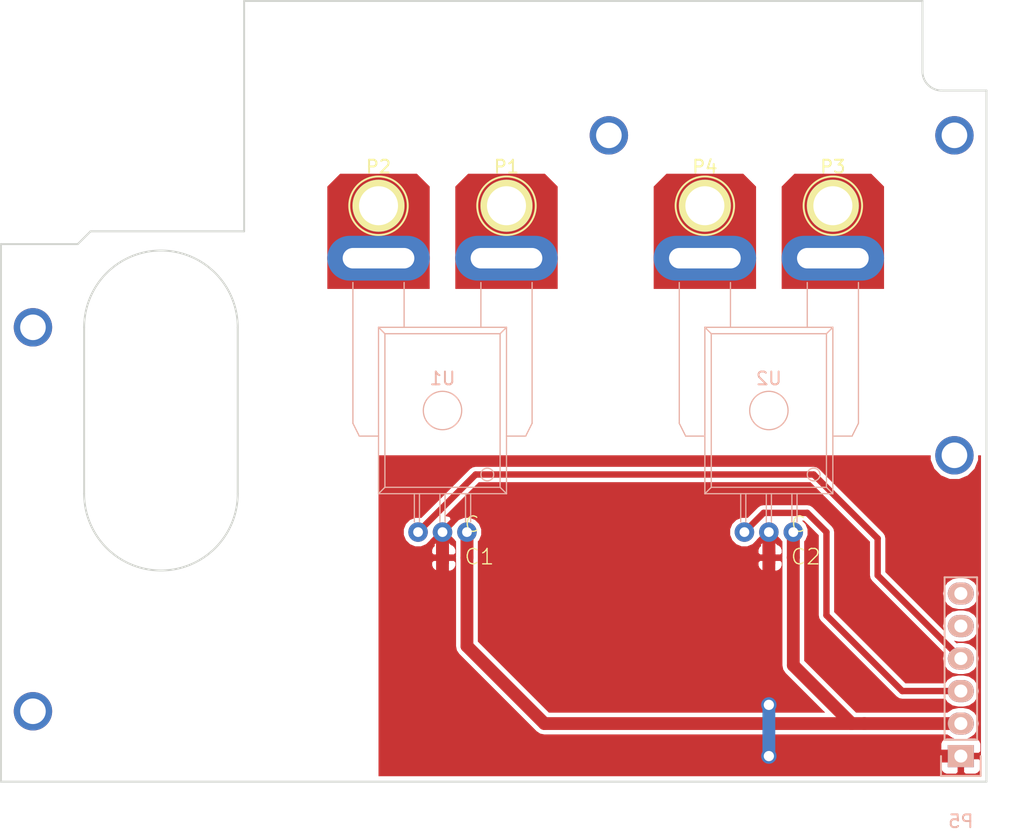
<source format=kicad_pcb>
(kicad_pcb (version 4) (host pcbnew 4.0.4-stable)
  (layers (0 F.Cu signal) (31 B.Cu signal) (34 B.Paste user) (35 F.Paste user) (36 B.SilkS user) (37 F.SilkS user) (38 B.Mask user) (39 F.Mask user) (44 Edge.Cuts user))
  (net 0 "")
  (net 1 +3.3V)
  (net 2 GND)
  (net 3 "Net-(P1-Pad1)")
  (net 4 "Net-(P2-Pad1)")
  (net 5 "Net-(P3-Pad1)")
  (net 6 "Net-(P4-Pad1)")
  (net 7 "Net-(P5-Pad3)")
  (net 8 "Net-(P5-Pad4)")
  (module RP_KiCAD_Libs:C1608_WP (layer F.Cu) (at 35 43 180)
    (fp_text reference C1 (at -0.635 -0.635 180) (layer F.SilkS) (effects (font (size 1.2065 1.2065) (thickness 0.1016)) (justify left bottom)))
    (fp_text value C (at -0.635 1.905 180) (layer F.SilkS) (effects (font (size 1.2065 1.2065) (thickness 0.1016)) (justify left bottom)))
    (pad 1 smd rect (at -0.9 0 180) (size 0.8 1) (layers F.Cu F.Paste F.Mask) (net 1 +3.3V))
    (pad 2 smd rect (at 0.9 0 180) (size 0.8 1) (layers F.Cu F.Paste F.Mask) (net 2 GND))
  )
  (module RP_KiCAD_Libs:C1608_WP (layer F.Cu) (at 60.5 43 180)
    (fp_text reference C2 (at -0.635 -0.635 180) (layer F.SilkS) (effects (font (size 1.2065 1.2065) (thickness 0.1016)) (justify left bottom)))
    (fp_text value C (at -0.635 1.905 180) (layer F.SilkS) (effects (font (size 1.2065 1.2065) (thickness 0.1016)) (justify left bottom)))
    (pad 1 smd rect (at -0.9 0 180) (size 0.8 1) (layers F.Cu F.Paste F.Mask) (net 1 +3.3V))
    (pad 2 smd rect (at 0.9 0 180) (size 0.8 1) (layers F.Cu F.Paste F.Mask) (net 2 GND))
  )
  (module Connect:1pin (layer F.Cu) (at 39 15.5)
    (fp_text reference P1 (at 0 -3.048) (layer F.SilkS))
    (fp_text value CONN_01X01)
    (fp_circle (center 0 0) (end 0 -2.286) (layer F.SilkS) (width 0.15))
    (pad 1 thru_hole circle (at 0 0) (size 4.064 4.064) (drill 3.048) (layers *.Cu *.Mask F.SilkS) (net 3 "Net-(P1-Pad1)"))
  )
  (module Connect:1pin (layer F.Cu) (at 29 15.5)
    (fp_text reference P2 (at 0 -3.048) (layer F.SilkS))
    (fp_text value CONN_01X01)
    (fp_circle (center 0 0) (end 0 -2.286) (layer F.SilkS) (width 0.15))
    (pad 1 thru_hole circle (at 0 0) (size 4.064 4.064) (drill 3.048) (layers *.Cu *.Mask F.SilkS) (net 4 "Net-(P2-Pad1)"))
  )
  (module Connect:1pin (layer F.Cu) (at 64.5 15.5)
    (fp_text reference P3 (at 0 -3.048) (layer F.SilkS))
    (fp_text value CONN_01X01)
    (fp_circle (center 0 0) (end 0 -2.286) (layer F.SilkS) (width 0.15))
    (pad 1 thru_hole circle (at 0 0) (size 4.064 4.064) (drill 3.048) (layers *.Cu *.Mask F.SilkS) (net 5 "Net-(P3-Pad1)"))
  )
  (module Connect:1pin (layer F.Cu) (at 54.5 15.5)
    (fp_text reference P4 (at 0 -3.048) (layer F.SilkS))
    (fp_text value CONN_01X01)
    (fp_circle (center 0 0) (end 0 -2.286) (layer F.SilkS) (width 0.15))
    (pad 1 thru_hole circle (at 0 0) (size 4.064 4.064) (drill 3.048) (layers *.Cu *.Mask F.SilkS) (net 6 "Net-(P4-Pad1)"))
  )
  (module Pin_Headers:Pin_Header_Straight_1x06 (layer B.Cu) (at 74.5 58.5)
    (fp_text reference P5 (at 0 5.1) (layer B.SilkS) (effects (justify mirror)))
    (fp_text value CONN_01X06)
    (fp_line (start 1.27 -1.27) (end 1.27 -13.97) (layer B.SilkS) (width 0.15))
    (fp_line (start 1.27 -13.97) (end -1.27 -13.97) (layer B.SilkS) (width 0.15))
    (fp_line (start -1.27 -13.97) (end -1.27 -1.27) (layer B.SilkS) (width 0.15))
    (fp_line (start 1.55 1.55) (end 1.55 0) (layer B.SilkS) (width 0.15))
    (fp_line (start 1.27 -1.27) (end -1.27 -1.27) (layer B.SilkS) (width 0.15))
    (fp_line (start -1.55 0) (end -1.55 1.55) (layer B.SilkS) (width 0.15))
    (fp_line (start -1.55 1.55) (end 1.55 1.55) (layer B.SilkS) (width 0.15))
    (pad 1 thru_hole rect (at 0 0) (size 2.032 1.7272) (drill 1.016) (layers *.Cu *.Mask B.SilkS) (net 2 GND))
    (pad 2 thru_hole oval (at 0 -2.54) (size 2.032 1.7272) (drill 1.016) (layers *.Cu *.Mask B.SilkS) (net 1 +3.3V))
    (pad 3 thru_hole oval (at 0 -5.08) (size 2.032 1.7272) (drill 1.016) (layers *.Cu *.Mask B.SilkS) (net 7 "Net-(P5-Pad3)"))
    (pad 4 thru_hole oval (at 0 -7.62) (size 2.032 1.7272) (drill 1.016) (layers *.Cu *.Mask B.SilkS) (net 8 "Net-(P5-Pad4)"))
    (pad 5 thru_hole oval (at 0 -10.16) (size 2.032 1.7272) (drill 1.016) (layers *.Cu *.Mask B.SilkS))
    (pad 6 thru_hole oval (at 0 -12.7) (size 2.032 1.7272) (drill 1.016) (layers *.Cu *.Mask B.SilkS))
  )
  (module RP_KiCAD_Libs:ACS785xCB (layer B.Cu) (at 59.5 41 180)
    (fp_text reference U2 (at 0 12 180) (layer B.SilkS) (effects (justify mirror)))
    (fp_text value ACS758)
    (fp_line (start -4.5 3.5) (end -4.5 15.5) (layer B.SilkS) (width 0.1))
    (fp_line (start 4.5 3.5) (end -4.5 3.5) (layer B.SilkS) (width 0.1))
    (fp_line (start -4.5 3.5) (end -5 3) (layer B.SilkS) (width 0.1))
    (fp_line (start 4.5 15.5) (end 4.5 3.5) (layer B.SilkS) (width 0.1))
    (fp_line (start 4.5 3.5) (end 5 3) (layer B.SilkS) (width 0.1))
    (fp_line (start 4.5 15.5) (end 5 16) (layer B.SilkS) (width 0.1))
    (fp_line (start -4.5 15.5) (end 4.5 15.5) (layer B.SilkS) (width 0.1))
    (fp_line (start -5 16) (end -4.5 15.5) (layer B.SilkS) (width 0.1))
    (fp_line (start 7 8.5) (end 7 19.5) (layer B.SilkS) (width 0.1))
    (fp_line (start 6.5 7.5) (end 5 7.5) (layer B.SilkS) (width 0.1))
    (fp_line (start 6.5 7.5) (end 7 8.5) (layer B.SilkS) (width 0.1))
    (fp_line (start -7 8.5) (end -7 19.5) (layer B.SilkS) (width 0.1))
    (fp_line (start -6.5 7.5) (end -5 7.5) (layer B.SilkS) (width 0.1))
    (fp_line (start -7 8.5) (end -6.5 7.5) (layer B.SilkS) (width 0.1))
    (fp_circle (center -3.5 4.5) (end -3 4.5) (layer B.SilkS) (width 0.1))
    (fp_circle (center 0 9.5) (end 0 11) (layer B.SilkS) (width 0.1))
    (fp_line (start 2.2 3) (end 2.2 0.8) (layer B.SilkS) (width 0.1))
    (fp_line (start 1.8 3) (end 1.8 0.8) (layer B.SilkS) (width 0.1))
    (fp_line (start -1.8 3) (end -1.8 0.8) (layer B.SilkS) (width 0.1))
    (fp_line (start -2.2 3) (end -2.2 0.8) (layer B.SilkS) (width 0.1))
    (fp_line (start 0.2 3) (end 0.2 0.8) (layer B.SilkS) (width 0.1))
    (fp_line (start -0.2 3) (end -0.2 0.8) (layer B.SilkS) (width 0.1))
    (fp_line (start 3 19.5) (end 3 16) (layer B.SilkS) (width 0.1))
    (fp_line (start -3 19.5) (end -3 16) (layer B.SilkS) (width 0.1))
    (fp_line (start 5 3) (end -5 3) (layer B.SilkS) (width 0.1))
    (fp_line (start -5 16) (end 5 16) (layer B.SilkS) (width 0.1))
    (fp_line (start -5 16) (end -5 3) (layer B.SilkS) (width 0.1))
    (fp_line (start 5 16) (end 5 3) (layer B.SilkS) (width 0.1))
    (pad 1 thru_hole circle (at -1.91 0 180) (size 1.524 1.524) (drill 0.762) (layers *.Cu *.Mask) (net 1 +3.3V))
    (pad 2 thru_hole circle (at 0 0 180) (size 1.524 1.524) (drill 0.762) (layers *.Cu *.Mask) (net 2 GND))
    (pad 3 thru_hole circle (at 1.91 0 180) (size 1.524 1.524) (drill 0.762) (layers *.Cu *.Mask) (net 7 "Net-(P5-Pad3)"))
    (pad 4 thru_hole oval (at 5 21.4 180) (size 8 3.5) (drill oval 5.6 1.6) (layers *.Cu *.Mask) (net 6 "Net-(P4-Pad1)"))
    (pad 5 thru_hole oval (at -5 21.4 180) (size 8 3.5) (drill oval 5.6 1.6) (layers *.Cu *.Mask) (net 5 "Net-(P3-Pad1)"))
  )
  (module RP_KiCAD_Libs:ACS785xCB (layer B.Cu) (at 34 41 180)
    (fp_text reference U1 (at 0 12 180) (layer B.SilkS) (effects (justify mirror)))
    (fp_text value ACS758)
    (fp_line (start -4.5 3.5) (end -4.5 15.5) (layer B.SilkS) (width 0.1))
    (fp_line (start 4.5 3.5) (end -4.5 3.5) (layer B.SilkS) (width 0.1))
    (fp_line (start -4.5 3.5) (end -5 3) (layer B.SilkS) (width 0.1))
    (fp_line (start 4.5 15.5) (end 4.5 3.5) (layer B.SilkS) (width 0.1))
    (fp_line (start 4.5 3.5) (end 5 3) (layer B.SilkS) (width 0.1))
    (fp_line (start 4.5 15.5) (end 5 16) (layer B.SilkS) (width 0.1))
    (fp_line (start -4.5 15.5) (end 4.5 15.5) (layer B.SilkS) (width 0.1))
    (fp_line (start -5 16) (end -4.5 15.5) (layer B.SilkS) (width 0.1))
    (fp_line (start 7 8.5) (end 7 19.5) (layer B.SilkS) (width 0.1))
    (fp_line (start 6.5 7.5) (end 5 7.5) (layer B.SilkS) (width 0.1))
    (fp_line (start 6.5 7.5) (end 7 8.5) (layer B.SilkS) (width 0.1))
    (fp_line (start -7 8.5) (end -7 19.5) (layer B.SilkS) (width 0.1))
    (fp_line (start -6.5 7.5) (end -5 7.5) (layer B.SilkS) (width 0.1))
    (fp_line (start -7 8.5) (end -6.5 7.5) (layer B.SilkS) (width 0.1))
    (fp_circle (center -3.5 4.5) (end -3 4.5) (layer B.SilkS) (width 0.1))
    (fp_circle (center 0 9.5) (end 0 11) (layer B.SilkS) (width 0.1))
    (fp_line (start 2.2 3) (end 2.2 0.8) (layer B.SilkS) (width 0.1))
    (fp_line (start 1.8 3) (end 1.8 0.8) (layer B.SilkS) (width 0.1))
    (fp_line (start -1.8 3) (end -1.8 0.8) (layer B.SilkS) (width 0.1))
    (fp_line (start -2.2 3) (end -2.2 0.8) (layer B.SilkS) (width 0.1))
    (fp_line (start 0.2 3) (end 0.2 0.8) (layer B.SilkS) (width 0.1))
    (fp_line (start -0.2 3) (end -0.2 0.8) (layer B.SilkS) (width 0.1))
    (fp_line (start 3 19.5) (end 3 16) (layer B.SilkS) (width 0.1))
    (fp_line (start -3 19.5) (end -3 16) (layer B.SilkS) (width 0.1))
    (fp_line (start 5 3) (end -5 3) (layer B.SilkS) (width 0.1))
    (fp_line (start -5 16) (end 5 16) (layer B.SilkS) (width 0.1))
    (fp_line (start -5 16) (end -5 3) (layer B.SilkS) (width 0.1))
    (fp_line (start 5 16) (end 5 3) (layer B.SilkS) (width 0.1))
    (pad 1 thru_hole circle (at -1.91 0 180) (size 1.524 1.524) (drill 0.762) (layers *.Cu *.Mask) (net 1 +3.3V))
    (pad 2 thru_hole circle (at 0 0 180) (size 1.524 1.524) (drill 0.762) (layers *.Cu *.Mask) (net 2 GND))
    (pad 3 thru_hole circle (at 1.91 0 180) (size 1.524 1.524) (drill 0.762) (layers *.Cu *.Mask) (net 8 "Net-(P5-Pad4)"))
    (pad 4 thru_hole oval (at 5 21.4 180) (size 8 3.5) (drill oval 5.6 1.6) (layers *.Cu *.Mask) (net 4 "Net-(P2-Pad1)"))
    (pad 5 thru_hole oval (at -5 21.4 180) (size 8 3.5) (drill oval 5.6 1.6) (layers *.Cu *.Mask) (net 3 "Net-(P1-Pad1)"))
  )
  (gr_line (start 62.3 20) (end 66.7 20) (angle 90) (layer Edge.Cuts) (width 0.15))
  (gr_line (start 66.7 19.2) (end 62.3 19.2) (angle 90) (layer Edge.Cuts) (width 0.15))
  (gr_line (start 66.7 19.2) (end 66.7 20) (angle 90) (layer Edge.Cuts) (width 0.15))
  (gr_line (start 62.3 19.2) (end 62.3 20) (angle 90) (layer Edge.Cuts) (width 0.15))
  (gr_line (start 52.3 20) (end 56.7 20) (angle 90) (layer Edge.Cuts) (width 0.15))
  (gr_line (start 56.7 19.2) (end 52.3 19.2) (angle 90) (layer Edge.Cuts) (width 0.15))
  (gr_line (start 56.7 19.2) (end 56.7 20) (angle 90) (layer Edge.Cuts) (width 0.15))
  (gr_line (start 52.3 19.2) (end 52.3 20) (angle 90) (layer Edge.Cuts) (width 0.15))
  (gr_line (start 36.8 20) (end 41.2 20) (angle 90) (layer Edge.Cuts) (width 0.15))
  (gr_line (start 41.2 19.2) (end 36.8 19.2) (angle 90) (layer Edge.Cuts) (width 0.15))
  (gr_line (start 41.2 19.2) (end 41.2 20) (angle 90) (layer Edge.Cuts) (width 0.15))
  (gr_line (start 36.8 19.2) (end 36.8 20) (angle 90) (layer Edge.Cuts) (width 0.15))
  (gr_line (start 31.2 20) (end 26.8 20) (angle 90) (layer Edge.Cuts) (width 0.15))
  (gr_line (start 26.8 19.2) (end 31.2 19.2) (angle 90) (layer Edge.Cuts) (width 0.15))
  (gr_line (start 26.8 19.2) (end 26.8 20) (angle 90) (layer Edge.Cuts) (width 0.15))
  (gr_line (start 31.2 19.2) (end 31.2 20) (angle 90) (layer Edge.Cuts) (width 0.15))
  (gr_line (start 6 25) (end 6 38) (angle 90) (layer Edge.Cuts) (width 0.15))
  (gr_line (start 18 38) (end 18 25) (angle 90) (layer Edge.Cuts) (width 0.15))
  (gr_arc (start 12 38) (end 18 38) (angle 180) (layer Edge.Cuts) (width 0.15))
  (gr_arc (start 12 25) (end 6 25) (angle 180) (layer Edge.Cuts) (width 0.15))
  (gr_line (start 5.5 18.5) (end -0.5 18.5) (angle 90) (layer Edge.Cuts) (width 0.15))
  (gr_line (start 6.5 17.5) (end 5.5 18.5) (angle 90) (layer Edge.Cuts) (width 0.15))
  (gr_line (start -0.5 18.5) (end -0.5 60.5) (angle 90) (layer Edge.Cuts) (width 0.15))
  (gr_line (start 76.5 6.5) (end 76.5 60.5) (angle 90) (layer Edge.Cuts) (width 0.15))
  (gr_line (start 71.5 -0.5) (end 18.5 -0.5) (angle 90) (layer Edge.Cuts) (width 0.15))
  (gr_line (start 71.5 5) (end 71.5 -0.5) (angle 90) (layer Edge.Cuts) (width 0.15))
  (gr_line (start 73 6.5) (end 76.5 6.5) (angle 90) (layer Edge.Cuts) (width 0.15))
  (gr_arc (start 73 5) (end 73 6.5) (angle 90) (layer Edge.Cuts) (width 0.15))
  (gr_line (start 18.5 17.5) (end 18.5 -0.5) (angle 90) (layer Edge.Cuts) (width 0.15))
  (gr_line (start 6.5 17.5) (end 18.5 17.5) (angle 90) (layer Edge.Cuts) (width 0.15))
  (gr_line (start 76.5 60.5) (end -0.5 60.5) (angle 90) (layer Edge.Cuts) (width 0.15))
  (via (at 2 25) (size 3) (drill 2) (layers F.Cu B.Cu) (net 0))
  (via (at 2 55) (size 3) (drill 2) (layers F.Cu B.Cu) (net 0))
  (via (at 74 35) (size 3) (drill 2) (layers F.Cu B.Cu) (net 0))
  (via (at 74 10) (size 3) (drill 2) (layers F.Cu B.Cu) (net 0))
  (via (at 47 10) (size 3) (drill 2) (layers F.Cu B.Cu) (net 0))
  (segment (start 35.91 41) (end 35.91 49.91) (width 1) (layer F.Cu) (net 1))
  (segment (start 35.91 49.91) (end 41.96 55.96) (width 1) (layer F.Cu) (net 1))
  (segment (start 61.41 41) (end 61.41 51.41) (width 1) (layer F.Cu) (net 1))
  (segment (start 61.41 51.41) (end 65.96 55.96) (width 1) (layer F.Cu) (net 1))
  (segment (start 41.96 55.96) (end 65.96 55.96) (width 1) (layer F.Cu) (net 1))
  (segment (start 65.96 55.96) (end 66.96 55.96) (width 1) (layer F.Cu) (net 1))
  (segment (start 66.96 55.96) (end 74.5 55.96) (width 1) (layer F.Cu) (net 1))
  (segment (start 61.41 41) (end 61.41 42.99) (width 1) (layer F.Cu) (net 1))
  (segment (start 61.41 42.99) (end 61.4 43) (width 1) (layer F.Cu) (net 1))
  (segment (start 35.91 41) (end 35.91 42.99) (width 1) (layer F.Cu) (net 1))
  (segment (start 35.91 42.99) (end 35.9 43) (width 1) (layer F.Cu) (net 1))
  (segment (start 59.5 41) (end 59.5 54.5) (width 1) (layer F.Cu) (net 2))
  (via (at 59.5 58.5) (size 1.2) (drill 0.8) (layers F.Cu B.Cu) (net 2))
  (segment (start 59.5 54.5) (end 59.5 58.5) (width 1) (layer B.Cu) (net 2))
  (via (at 59.5 54.5) (size 1.2) (drill 0.8) (layers F.Cu B.Cu) (net 2))
  (segment (start 34 41) (end 34 52) (width 1) (layer F.Cu) (net 2))
  (segment (start 59.5 58.5) (end 40.5 58.5) (width 1) (layer F.Cu) (net 2))
  (segment (start 34 52) (end 40.5 58.5) (width 1) (layer F.Cu) (net 2))
  (segment (start 74.5 58.5) (end 59.5 58.5) (width 1) (layer F.Cu) (net 2))
  (segment (start 59.5 41) (end 59.5 42.9) (width 1) (layer F.Cu) (net 2))
  (segment (start 59.5 42.9) (end 59.6 43) (width 1) (layer F.Cu) (net 2))
  (segment (start 34 41) (end 34 42.9) (width 1) (layer F.Cu) (net 2))
  (segment (start 34 42.9) (end 34.1 43) (width 1) (layer F.Cu) (net 2))
  (segment (start 74.5 53.42) (end 69.92 53.42) (width 0.5) (layer F.Cu) (net 7))
  (segment (start 64 47.5) (end 64 41) (width 0.5) (layer F.Cu) (net 7))
  (segment (start 69.92 53.42) (end 64 47.5) (width 0.5) (layer F.Cu) (net 7))
  (segment (start 59.09 39.5) (end 57.59 41) (width 0.5) (layer F.Cu) (net 7))
  (segment (start 62.5 39.5) (end 59.09 39.5) (width 0.5) (layer F.Cu) (net 7))
  (segment (start 64 41) (end 62.5 39.5) (width 0.5) (layer F.Cu) (net 7))
  (segment (start 32.09 41) (end 36.59 36.5) (width 0.5) (layer F.Cu) (net 8))
  (segment (start 68 44.38) (end 74.5 50.88) (width 0.5) (layer F.Cu) (net 8))
  (segment (start 68 41.5) (end 68 44.38) (width 0.5) (layer F.Cu) (net 8))
  (segment (start 63 36.5) (end 68 41.5) (width 0.5) (layer F.Cu) (net 8))
  (segment (start 36.59 36.5) (end 63 36.5) (width 0.5) (layer F.Cu) (net 8))
  (zone (net 2) (net_name GND) (layer F.Cu) (connect_pads (clearance 0.35)) (min_thickness 0.026) (fill yes (arc_segments 16) (thermal_gap 0.508) (thermal_bridge_width 0.508))
    (polygon (pts (xy 76.5 60.5) (xy 29 60.5) (xy 29 35) (xy 76.5 35)))
  )
  (zone (net 3) (net_name "Net-(P1-Pad1)") (layer F.Cu) (connect_pads yes (clearance 0.35)) (min_thickness 0.026) (fill yes (arc_segments 16) (thermal_gap 0.508) (thermal_bridge_width 0.508))
    (polygon (pts (xy 43 14) (xy 43 22) (xy 35 22) (xy 35 14) (xy 36 13) (xy 42 13)))
  )
  (zone (net 4) (net_name "Net-(P2-Pad1)") (layer F.Cu) (connect_pads yes (clearance 0.35)) (min_thickness 0.026) (fill yes (arc_segments 16) (thermal_gap 0.508) (thermal_bridge_width 0.508))
    (polygon (pts (xy 33 14) (xy 33 22) (xy 25 22) (xy 25 14) (xy 26 13) (xy 32 13)))
  )
  (zone (net 6) (net_name "Net-(P4-Pad1)") (layer F.Cu) (connect_pads yes (clearance 0.35)) (min_thickness 0.026) (fill yes (arc_segments 16) (thermal_gap 0.508) (thermal_bridge_width 0.508))
    (polygon (pts (xy 58.5 14) (xy 58.5 22) (xy 50.5 22) (xy 50.5 14) (xy 51.5 13) (xy 57.5 13)))
  )
  (zone (net 5) (net_name "Net-(P3-Pad1)") (layer F.Cu) (connect_pads yes (clearance 0.35)) (min_thickness 0.026) (fill yes (arc_segments 16) (thermal_gap 0.508) (thermal_bridge_width 0.508))
    (polygon (pts (xy 68.5 14) (xy 68.5 22) (xy 60.5 22) (xy 60.5 14) (xy 61.5 13) (xy 67.5 13)))
  )
)
</source>
